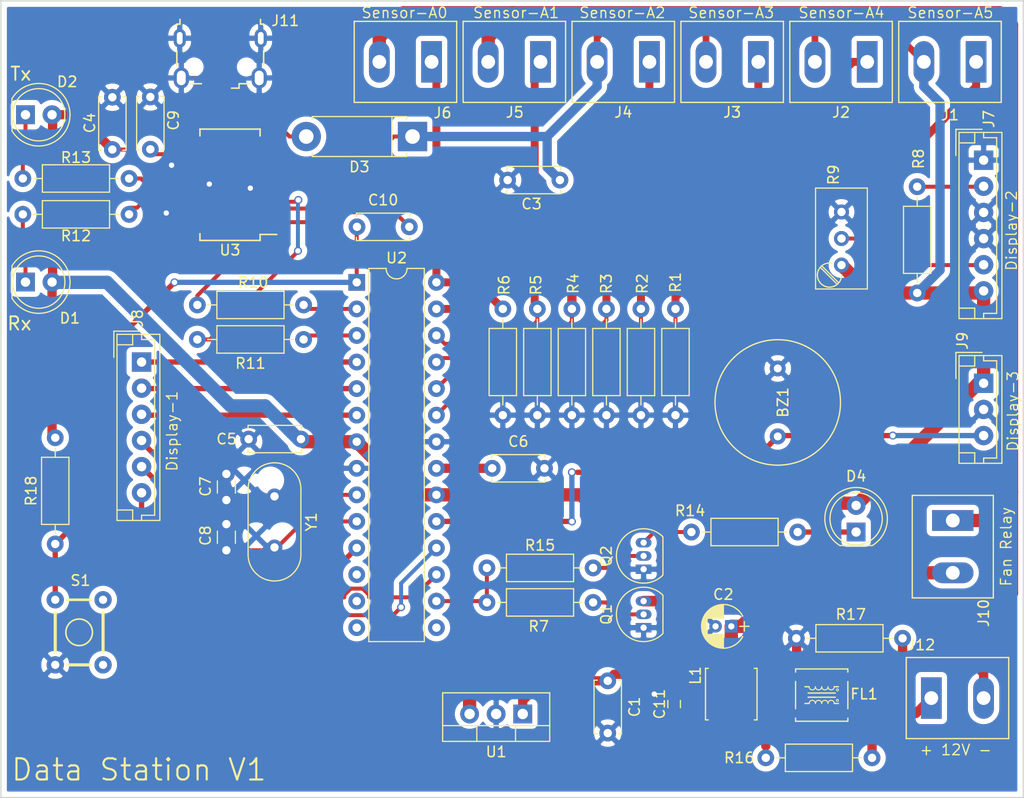
<source format=kicad_pcb>
(kicad_pcb (version 20171130) (host pcbnew "(5.1.5)-3")
  (layers (0 F.Cu signal) (31 B.Cu signal) (34 B.Paste user hide) (35 F.Paste user hide) (36 B.SilkS user hide) (37 F.SilkS user) (38 B.Mask user hide) (39 F.Mask user hide) (44 Edge.Cuts user))
  (net 0 "")
  (net 1 +12V)
  (net 2 GND)
  (net 3 +5V)
  (net 4 "Net-(C6-Pad1)")
  (net 5 "Net-(C7-Pad2)")
  (net 6 "Net-(C8-Pad2)")
  (net 7 "Net-(C9-Pad2)")
  (net 8 RESET)
  (net 9 "Net-(C10-Pad2)")
  (net 10 "Net-(D1-Pad1)")
  (net 11 "Net-(D2-Pad1)")
  (net 12 A0)
  (net 13 A1)
  (net 14 A2)
  (net 15 A3)
  (net 16 A4)
  (net 17 D12)
  (net 18 D11)
  (net 19 D5)
  (net 20 D4)
  (net 21 D3)
  (net 22 D2)
  (net 23 A5)
  (net 24 D13)
  (net 25 "Net-(Q1-Pad2)")
  (net 26 D10)
  (net 27 D0)
  (net 28 RX)
  (net 29 TX)
  (net 30 D1)
  (net 31 "Net-(R12-Pad1)")
  (net 32 "Net-(R13-Pad1)")
  (net 33 "Net-(D4-Pad1)")
  (net 34 "Net-(J10-Pad2)")
  (net 35 "Net-(Q2-Pad3)")
  (net 36 "Net-(Q2-Pad2)")
  (net 37 "Net-(D3-Pad2)")
  (net 38 "Net-(J7-Pad5)")
  (net 39 "Net-(J7-Pad2)")
  (net 40 "Net-(J11-Pad3)")
  (net 41 "Net-(J11-Pad2)")
  (net 42 "Net-(C11-Pad1)")
  (net 43 "Net-(FL1-Pad1)")
  (net 44 "Net-(FL1-Pad4)")
  (module "Rays Footprints:Ryans_Terminal_Block_10mm7.75mmP5mm" (layer F.Cu) (at 185.761 56.642 180)
    (fp_text reference J2 (at 0 -4.826) (layer F.SilkS))
    (fp_text value Conn_01x02_Male)
    (pad 1 thru_hole rect (at -2.5 0 180) (size 1.98 3.96) (drill 1.32) (layers *.Cu *.Mask) (net 13 A1))
    (pad 2 thru_hole oval (at 2.5 0 180) (size 1.98 3.96) (drill 1.32) (layers *.Cu *.Mask) (net 3 +5V))
  )
  (module Resistors_THT:R_Axial_DIN0207_L6.3mm_D2.5mm_P10.16mm_Horizontal (layer F.Cu) (at 156.718 80.264 270)
    (fp_text reference R5 (at -2.286 0.127 90) (layer F.SilkS))
    (fp_text value 220)
    (pad 2 thru_hole oval (at 10.16 0 270) (size 1.6 1.6) (drill 0.8) (layers *.Cu *.Mask) (net 2 GND))
    (pad 1 thru_hole circle (at 0 0 270) (size 1.6 1.6) (drill 0.8) (layers *.Cu *.Mask) (net 16 A4))
  )
  (module Resistors_THT:R_Axial_DIN0207_L6.3mm_D2.5mm_P10.16mm_Horizontal (layer F.Cu) (at 163.322 80.264 270)
    (fp_text reference R3 (at -2.413 0 90) (layer F.SilkS))
    (fp_text value 10k)
    (pad 2 thru_hole oval (at 10.16 0 270) (size 1.6 1.6) (drill 0.8) (layers *.Cu *.Mask) (net 2 GND))
    (pad 1 thru_hole circle (at 0 0 270) (size 1.6 1.6) (drill 0.8) (layers *.Cu *.Mask) (net 14 A2))
  )
  (module Capacitors_THT:C_Disc_D5.0mm_W2.5mm_P5.00mm (layer F.Cu) (at 163.449 115.824 270)
    (fp_text reference C1 (at 2.5 -2.56 270) (layer F.SilkS))
    (fp_text value 0.33)
    (pad 1 thru_hole circle (at 0 0 270) (size 1.6 1.6) (drill 0.8) (layers *.Cu *.Mask) (net 1 +12V))
    (pad 2 thru_hole circle (at 5 0 270) (size 1.6 1.6) (drill 0.8) (layers *.Cu *.Mask) (net 2 GND))
  )
  (module Capacitors_THT:CP_Radial_D4.0mm_P1.50mm (layer F.Cu) (at 175.26 110.617 180)
    (fp_text reference C2 (at 0.762 3.048 180) (layer F.SilkS))
    (fp_text value 10u)
    (pad 2 thru_hole circle (at 1.5 0 180) (size 1.2 1.2) (drill 0.6) (layers *.Cu *.Mask) (net 2 GND))
    (pad 1 thru_hole rect (at 0 0 180) (size 1.2 1.2) (drill 0.6) (layers *.Cu *.Mask) (net 1 +12V))
  )
  (module Capacitors_THT:C_Disc_D5.0mm_W2.5mm_P5.00mm (layer F.Cu) (at 158.877 67.945 180)
    (fp_text reference C3 (at 2.714 -2.286 180) (layer F.SilkS))
    (fp_text value 0.1)
    (pad 2 thru_hole circle (at 5 0 180) (size 1.6 1.6) (drill 0.8) (layers *.Cu *.Mask) (net 2 GND))
    (pad 1 thru_hole circle (at 0 0 180) (size 1.6 1.6) (drill 0.8) (layers *.Cu *.Mask) (net 3 +5V))
  )
  (module Capacitors_THT:C_Disc_D5.0mm_W2.5mm_P5.00mm (layer F.Cu) (at 116.078 65.024 90)
    (fp_text reference C4 (at 2.54 -2.159 270) (layer F.SilkS))
    (fp_text value 0.1)
    (pad 2 thru_hole circle (at 5 0 90) (size 1.6 1.6) (drill 0.8) (layers *.Cu *.Mask) (net 2 GND))
    (pad 1 thru_hole circle (at 0 0 90) (size 1.6 1.6) (drill 0.8) (layers *.Cu *.Mask) (net 3 +5V))
  )
  (module Capacitors_THT:C_Disc_D5.0mm_W2.5mm_P5.00mm (layer F.Cu) (at 134.112 92.71 180)
    (fp_text reference C5 (at 7.112 0 180) (layer F.SilkS))
    (fp_text value 0.1)
    (pad 1 thru_hole circle (at 0 0 180) (size 1.6 1.6) (drill 0.8) (layers *.Cu *.Mask) (net 3 +5V))
    (pad 2 thru_hole circle (at 5 0 180) (size 1.6 1.6) (drill 0.8) (layers *.Cu *.Mask) (net 2 GND))
  )
  (module Capacitors_THT:C_Disc_D5.0mm_W2.5mm_P5.00mm (layer F.Cu) (at 152.4 95.504)
    (fp_text reference C6 (at 2.5 -2.56) (layer F.SilkS))
    (fp_text value 0.1)
    (pad 2 thru_hole circle (at 5 0) (size 1.6 1.6) (drill 0.8) (layers *.Cu *.Mask) (net 2 GND))
    (pad 1 thru_hole circle (at 0 0) (size 1.6 1.6) (drill 0.8) (layers *.Cu *.Mask) (net 4 "Net-(C6-Pad1)"))
  )
  (module Capacitors_THT:C_Disc_D3.0mm_W1.6mm_P2.50mm (layer F.Cu) (at 126.983 96.043 270)
    (fp_text reference C7 (at 1.2 2 90) (layer F.SilkS))
    (fp_text value 18p)
    (pad 1 thru_hole circle (at 0 0 270) (size 1.6 1.6) (drill 0.8) (layers *.Cu *.Mask) (net 2 GND))
    (pad 2 thru_hole circle (at 2.5 0 270) (size 1.6 1.6) (drill 0.8) (layers *.Cu *.Mask) (net 5 "Net-(C7-Pad2)"))
  )
  (module Capacitors_THT:C_Disc_D3.0mm_W1.6mm_P2.50mm (layer F.Cu) (at 126.983 100.843 270)
    (fp_text reference C8 (at 1.1 2 90) (layer F.SilkS))
    (fp_text value 18p)
    (pad 2 thru_hole circle (at 2.5 0 270) (size 1.6 1.6) (drill 0.8) (layers *.Cu *.Mask) (net 6 "Net-(C8-Pad2)"))
    (pad 1 thru_hole circle (at 0 0 270) (size 1.6 1.6) (drill 0.8) (layers *.Cu *.Mask) (net 2 GND))
  )
  (module Capacitors_THT:C_Disc_D5.0mm_W2.5mm_P5.00mm (layer F.Cu) (at 119.7102 59.9986 270)
    (fp_text reference C9 (at 2.2314 -2.2098 90) (layer F.SilkS))
    (fp_text value 0.1u)
    (pad 2 thru_hole circle (at 5 0 270) (size 1.6 1.6) (drill 0.8) (layers *.Cu *.Mask) (net 7 "Net-(C9-Pad2)"))
    (pad 1 thru_hole circle (at 0 0 270) (size 1.6 1.6) (drill 0.8) (layers *.Cu *.Mask) (net 2 GND))
  )
  (module Capacitors_THT:C_Disc_D5.0mm_W2.5mm_P5.00mm (layer F.Cu) (at 139.4714 72.4154)
    (fp_text reference C10 (at 2.5 -2.56) (layer F.SilkS))
    (fp_text value 0.1u)
    (pad 1 thru_hole circle (at 0 0) (size 1.6 1.6) (drill 0.8) (layers *.Cu *.Mask) (net 8 RESET))
    (pad 2 thru_hole circle (at 5 0) (size 1.6 1.6) (drill 0.8) (layers *.Cu *.Mask) (net 9 "Net-(C10-Pad2)"))
  )
  (module LEDs:LED_D5.0mm (layer F.Cu) (at 107.7722 77.6986)
    (fp_text reference D1 (at 4.2418 3.4544 180) (layer F.SilkS))
    (fp_text value LED)
    (pad 1 thru_hole rect (at 0 0) (size 1.8 1.8) (drill 0.9) (layers *.Cu *.Mask) (net 10 "Net-(D1-Pad1)"))
    (pad 2 thru_hole circle (at 2.54 0) (size 1.8 1.8) (drill 0.9) (layers *.Cu *.Mask) (net 3 +5V))
  )
  (module LEDs:LED_D5.0mm (layer F.Cu) (at 107.7722 61.6966)
    (fp_text reference D2 (at 3.9878 -3.1496 180) (layer F.SilkS))
    (fp_text value LED)
    (pad 2 thru_hole circle (at 2.54 0) (size 1.8 1.8) (drill 0.9) (layers *.Cu *.Mask) (net 3 +5V))
    (pad 1 thru_hole rect (at 0 0) (size 1.8 1.8) (drill 0.9) (layers *.Cu *.Mask) (net 11 "Net-(D2-Pad1)"))
  )
  (module Diodes_THT:D_5W_P10.16mm_Horizontal (layer F.Cu) (at 144.78 63.7794 180)
    (fp_text reference D3 (at 5.08 -2.91) (layer F.SilkS))
    (fp_text value 1N4002)
    (pad 2 thru_hole oval (at 10.16 0 180) (size 2.8 2.8) (drill 1.4) (layers *.Cu *.Mask) (net 37 "Net-(D3-Pad2)"))
    (pad 1 thru_hole rect (at 0 0 180) (size 2.8 2.8) (drill 1.4) (layers *.Cu *.Mask) (net 3 +5V))
  )
  (module Resistors_THT:R_Axial_DIN0207_L6.3mm_D2.5mm_P10.16mm_Horizontal (layer F.Cu) (at 169.926 80.264 270)
    (fp_text reference R1 (at -2.54 0 90) (layer F.SilkS))
    (fp_text value 10k)
    (pad 2 thru_hole oval (at 10.16 0 270) (size 1.6 1.6) (drill 0.8) (layers *.Cu *.Mask) (net 2 GND))
    (pad 1 thru_hole circle (at 0 0 270) (size 1.6 1.6) (drill 0.8) (layers *.Cu *.Mask) (net 12 A0))
  )
  (module Resistors_THT:R_Axial_DIN0207_L6.3mm_D2.5mm_P10.16mm_Horizontal (layer F.Cu) (at 166.624 80.264 270)
    (fp_text reference R2 (at -2.413 -0.127 90) (layer F.SilkS))
    (fp_text value 10k)
    (pad 1 thru_hole circle (at 0 0 270) (size 1.6 1.6) (drill 0.8) (layers *.Cu *.Mask) (net 13 A1))
    (pad 2 thru_hole oval (at 10.16 0 270) (size 1.6 1.6) (drill 0.8) (layers *.Cu *.Mask) (net 2 GND))
  )
  (module Resistors_THT:R_Axial_DIN0207_L6.3mm_D2.5mm_P10.16mm_Horizontal (layer F.Cu) (at 160.02 80.264 270)
    (fp_text reference R4 (at -2.413 -0.127 90) (layer F.SilkS))
    (fp_text value 10k)
    (pad 1 thru_hole circle (at 0 0 270) (size 1.6 1.6) (drill 0.8) (layers *.Cu *.Mask) (net 15 A3))
    (pad 2 thru_hole oval (at 10.16 0 270) (size 1.6 1.6) (drill 0.8) (layers *.Cu *.Mask) (net 2 GND))
  )
  (module Resistors_THT:R_Axial_DIN0207_L6.3mm_D2.5mm_P10.16mm_Horizontal (layer F.Cu) (at 153.416 80.264 270)
    (fp_text reference R6 (at -2.286 -0.127 90) (layer F.SilkS))
    (fp_text value 220)
    (pad 1 thru_hole circle (at 0 0 270) (size 1.6 1.6) (drill 0.8) (layers *.Cu *.Mask) (net 23 A5))
    (pad 2 thru_hole oval (at 10.16 0 270) (size 1.6 1.6) (drill 0.8) (layers *.Cu *.Mask) (net 2 GND))
  )
  (module Resistors_THT:R_Axial_DIN0207_L6.3mm_D2.5mm_P10.16mm_Horizontal (layer F.Cu) (at 162.052 108.331 180)
    (fp_text reference R7 (at 5.207 -2.286 180) (layer F.SilkS))
    (fp_text value 2.2k)
    (pad 1 thru_hole circle (at 0 0 180) (size 1.6 1.6) (drill 0.8) (layers *.Cu *.Mask) (net 25 "Net-(Q1-Pad2)"))
    (pad 2 thru_hole oval (at 10.16 0 180) (size 1.6 1.6) (drill 0.8) (layers *.Cu *.Mask) (net 26 D10))
  )
  (module Resistors_THT:R_Axial_DIN0207_L6.3mm_D2.5mm_P10.16mm_Horizontal (layer F.Cu) (at 193.04 68.58 270)
    (fp_text reference R8 (at -2.667 -0.127 90) (layer F.SilkS))
    (fp_text value 220)
    (pad 2 thru_hole oval (at 10.16 0 270) (size 1.6 1.6) (drill 0.8) (layers *.Cu *.Mask) (net 3 +5V))
    (pad 1 thru_hole circle (at 0 0 270) (size 1.6 1.6) (drill 0.8) (layers *.Cu *.Mask) (net 39 "Net-(J7-Pad2)"))
  )
  (module Resistors_THT:R_Axial_DIN0207_L6.3mm_D2.5mm_P10.16mm_Horizontal (layer F.Cu) (at 124.206 79.883)
    (fp_text reference R10 (at 5.334 -2.159) (layer F.SilkS))
    (fp_text value 1k)
    (pad 2 thru_hole oval (at 10.16 0) (size 1.6 1.6) (drill 0.8) (layers *.Cu *.Mask) (net 27 D0))
    (pad 1 thru_hole circle (at 0 0) (size 1.6 1.6) (drill 0.8) (layers *.Cu *.Mask) (net 28 RX))
  )
  (module Resistors_THT:R_Axial_DIN0207_L6.3mm_D2.5mm_P10.16mm_Horizontal (layer F.Cu) (at 124.206 83.185)
    (fp_text reference R11 (at 5.08 2.286) (layer F.SilkS))
    (fp_text value 1k)
    (pad 1 thru_hole circle (at 0 0) (size 1.6 1.6) (drill 0.8) (layers *.Cu *.Mask) (net 29 TX))
    (pad 2 thru_hole oval (at 10.16 0) (size 1.6 1.6) (drill 0.8) (layers *.Cu *.Mask) (net 30 D1))
  )
  (module Resistors_THT:R_Axial_DIN0207_L6.3mm_D2.5mm_P10.16mm_Horizontal (layer F.Cu) (at 117.6782 71.2216 180)
    (fp_text reference R12 (at 5.08 -2.0574) (layer F.SilkS))
    (fp_text value 1k)
    (pad 1 thru_hole circle (at 0 0 180) (size 1.6 1.6) (drill 0.8) (layers *.Cu *.Mask) (net 31 "Net-(R12-Pad1)"))
    (pad 2 thru_hole oval (at 10.16 0 180) (size 1.6 1.6) (drill 0.8) (layers *.Cu *.Mask) (net 10 "Net-(D1-Pad1)"))
  )
  (module Resistors_THT:R_Axial_DIN0207_L6.3mm_D2.5mm_P10.16mm_Horizontal (layer F.Cu) (at 117.6782 67.7926 180)
    (fp_text reference R13 (at 5.08 2.0066) (layer F.SilkS))
    (fp_text value 1k)
    (pad 2 thru_hole oval (at 10.16 0 180) (size 1.6 1.6) (drill 0.8) (layers *.Cu *.Mask) (net 11 "Net-(D2-Pad1)"))
    (pad 1 thru_hole circle (at 0 0 180) (size 1.6 1.6) (drill 0.8) (layers *.Cu *.Mask) (net 32 "Net-(R13-Pad1)"))
  )
  (module Housings_SSOP:SSOP-28_5.3x10.2mm_Pitch0.65mm (layer F.Cu) (at 127.3302 68.3936 180)
    (fp_text reference U3 (at 0 -6.25) (layer F.SilkS))
    (fp_text value FT232RL)
    (pad 28 smd rect (at 3.6 -4.225 180) (size 1.75 0.45) (layers F.Cu F.Paste F.Mask))
    (pad 27 smd rect (at 3.6 -3.575 180) (size 1.75 0.45) (layers F.Cu F.Paste F.Mask))
    (pad 26 smd rect (at 3.6 -2.925 180) (size 1.75 0.45) (layers F.Cu F.Paste F.Mask) (net 2 GND))
    (pad 25 smd rect (at 3.6 -2.275 180) (size 1.75 0.45) (layers F.Cu F.Paste F.Mask) (net 2 GND))
    (pad 24 smd rect (at 3.6 -1.625 180) (size 1.75 0.45) (layers F.Cu F.Paste F.Mask))
    (pad 23 smd rect (at 3.6 -0.975 180) (size 1.75 0.45) (layers F.Cu F.Paste F.Mask) (net 31 "Net-(R12-Pad1)"))
    (pad 22 smd rect (at 3.6 -0.325 180) (size 1.75 0.45) (layers F.Cu F.Paste F.Mask) (net 32 "Net-(R13-Pad1)"))
    (pad 21 smd rect (at 3.6 0.325 180) (size 1.75 0.45) (layers F.Cu F.Paste F.Mask) (net 2 GND))
    (pad 20 smd rect (at 3.6 0.975 180) (size 1.75 0.45) (layers F.Cu F.Paste F.Mask) (net 3 +5V))
    (pad 19 smd rect (at 3.6 1.625 180) (size 1.75 0.45) (layers F.Cu F.Paste F.Mask))
    (pad 18 smd rect (at 3.6 2.275 180) (size 1.75 0.45) (layers F.Cu F.Paste F.Mask) (net 2 GND))
    (pad 17 smd rect (at 3.6 2.925 180) (size 1.75 0.45) (layers F.Cu F.Paste F.Mask) (net 7 "Net-(C9-Pad2)"))
    (pad 16 smd rect (at 3.6 3.575 180) (size 1.75 0.45) (layers F.Cu F.Paste F.Mask) (net 41 "Net-(J11-Pad2)"))
    (pad 15 smd rect (at 3.6 4.225 180) (size 1.75 0.45) (layers F.Cu F.Paste F.Mask) (net 40 "Net-(J11-Pad3)"))
    (pad 14 smd rect (at -3.6 4.225 180) (size 1.75 0.45) (layers F.Cu F.Paste F.Mask))
    (pad 13 smd rect (at -3.6 3.575 180) (size 1.75 0.45) (layers F.Cu F.Paste F.Mask))
    (pad 12 smd rect (at -3.6 2.925 180) (size 1.75 0.45) (layers F.Cu F.Paste F.Mask))
    (pad 11 smd rect (at -3.6 2.275 180) (size 1.75 0.45) (layers F.Cu F.Paste F.Mask))
    (pad 10 smd rect (at -3.6 1.625 180) (size 1.75 0.45) (layers F.Cu F.Paste F.Mask))
    (pad 9 smd rect (at -3.6 0.975 180) (size 1.75 0.45) (layers F.Cu F.Paste F.Mask))
    (pad 8 smd rect (at -3.6 0.325 180) (size 1.75 0.45) (layers F.Cu F.Paste F.Mask))
    (pad 7 smd rect (at -3.6 -0.325 180) (size 1.75 0.45) (layers F.Cu F.Paste F.Mask) (net 2 GND))
    (pad 6 smd rect (at -3.6 -0.975 180) (size 1.75 0.45) (layers F.Cu F.Paste F.Mask))
    (pad 5 smd rect (at -3.6 -1.625 180) (size 1.75 0.45) (layers F.Cu F.Paste F.Mask) (net 29 TX))
    (pad 4 smd rect (at -3.6 -2.275 180) (size 1.75 0.45) (layers F.Cu F.Paste F.Mask) (net 3 +5V))
    (pad 3 smd rect (at -3.6 -2.925 180) (size 1.75 0.45) (layers F.Cu F.Paste F.Mask))
    (pad 2 smd rect (at -3.6 -3.575 180) (size 1.75 0.45) (layers F.Cu F.Paste F.Mask) (net 9 "Net-(C10-Pad2)"))
    (pad 1 smd rect (at -3.6 -4.225 180) (size 1.75 0.45) (layers F.Cu F.Paste F.Mask) (net 28 RX))
  )
  (module LEDs:LED_D5.0mm (layer F.Cu) (at 187.198 101.6 90)
    (fp_text reference D4 (at 5.334 0) (layer F.SilkS))
    (fp_text value LED)
    (pad 2 thru_hole circle (at 2.54 0 90) (size 1.8 1.8) (drill 0.9) (layers *.Cu *.Mask) (net 3 +5V))
    (pad 1 thru_hole rect (at 0 0 90) (size 1.8 1.8) (drill 0.9) (layers *.Cu *.Mask) (net 33 "Net-(D4-Pad1)"))
  )
  (module Resistors_THT:R_Axial_DIN0207_L6.3mm_D2.5mm_P10.16mm_Horizontal (layer F.Cu) (at 171.45 101.6)
    (fp_text reference R14 (at -0.127 -2.032 180) (layer F.SilkS))
    (fp_text value 220)
    (pad 1 thru_hole circle (at 0 0) (size 1.6 1.6) (drill 0.8) (layers *.Cu *.Mask) (net 35 "Net-(Q2-Pad3)"))
    (pad 2 thru_hole oval (at 10.16 0) (size 1.6 1.6) (drill 0.8) (layers *.Cu *.Mask) (net 33 "Net-(D4-Pad1)"))
  )
  (module Resistors_THT:R_Axial_DIN0207_L6.3mm_D2.5mm_P10.16mm_Horizontal (layer F.Cu) (at 162.052 105.029 180)
    (fp_text reference R15 (at 5.08 2.159 180) (layer F.SilkS))
    (fp_text value 4.7k)
    (pad 2 thru_hole oval (at 10.16 0 180) (size 1.6 1.6) (drill 0.8) (layers *.Cu *.Mask) (net 26 D10))
    (pad 1 thru_hole circle (at 0 0 180) (size 1.6 1.6) (drill 0.8) (layers *.Cu *.Mask) (net 36 "Net-(Q2-Pad2)"))
  )
  (module "Rays Footprints:Momentary_Push_Button_KM_6x6" (layer F.Cu) (at 112.903 111.1885)
    (fp_text reference S1 (at 0.127 -4.953 180) (layer F.SilkS))
    (fp_text value Momentary_Push_Buttom_KM_6x6)
    (pad 4 thru_hole circle (at 2.286 3.1115) (size 1.651 1.651) (drill 0.7874) (layers *.Cu *.Mask))
    (pad 2 thru_hole circle (at -2.286 3.1115) (size 1.651 1.651) (drill 0.7874) (layers *.Cu *.Mask) (net 2 GND))
    (pad 3 thru_hole circle (at 2.286 -3.1115) (size 1.651 1.651) (drill 0.7874) (layers *.Cu *.Mask))
    (pad 1 thru_hole circle (at -2.286 -3.1115) (size 1.651 1.651) (drill 0.7874) (layers *.Cu *.Mask) (net 8 RESET))
  )
  (module Housings_DIP:DIP-28_W7.62mm (layer F.Cu) (at 139.446 77.724)
    (fp_text reference U2 (at 3.81 -2.33) (layer F.SilkS))
    (fp_text value ATMEGA328P-PU)
    (pad 28 thru_hole oval (at 7.62 0) (size 1.6 1.6) (drill 0.8) (layers *.Cu *.Mask) (net 23 A5))
    (pad 14 thru_hole oval (at 0 33.02) (size 1.6 1.6) (drill 0.8) (layers *.Cu *.Mask))
    (pad 27 thru_hole oval (at 7.62 2.54) (size 1.6 1.6) (drill 0.8) (layers *.Cu *.Mask) (net 16 A4))
    (pad 13 thru_hole oval (at 0 30.48) (size 1.6 1.6) (drill 0.8) (layers *.Cu *.Mask))
    (pad 26 thru_hole oval (at 7.62 5.08) (size 1.6 1.6) (drill 0.8) (layers *.Cu *.Mask) (net 15 A3))
    (pad 12 thru_hole oval (at 0 27.94) (size 1.6 1.6) (drill 0.8) (layers *.Cu *.Mask))
    (pad 25 thru_hole oval (at 7.62 7.62) (size 1.6 1.6) (drill 0.8) (layers *.Cu *.Mask) (net 14 A2))
    (pad 11 thru_hole oval (at 0 25.4) (size 1.6 1.6) (drill 0.8) (layers *.Cu *.Mask) (net 19 D5))
    (pad 24 thru_hole oval (at 7.62 10.16) (size 1.6 1.6) (drill 0.8) (layers *.Cu *.Mask) (net 13 A1))
    (pad 10 thru_hole oval (at 0 22.86) (size 1.6 1.6) (drill 0.8) (layers *.Cu *.Mask) (net 6 "Net-(C8-Pad2)"))
    (pad 23 thru_hole oval (at 7.62 12.7) (size 1.6 1.6) (drill 0.8) (layers *.Cu *.Mask) (net 12 A0))
    (pad 9 thru_hole oval (at 0 20.32) (size 1.6 1.6) (drill 0.8) (layers *.Cu *.Mask) (net 5 "Net-(C7-Pad2)"))
    (pad 22 thru_hole oval (at 7.62 15.24) (size 1.6 1.6) (drill 0.8) (layers *.Cu *.Mask) (net 2 GND))
    (pad 8 thru_hole oval (at 0 17.78) (size 1.6 1.6) (drill 0.8) (layers *.Cu *.Mask) (net 2 GND))
    (pad 21 thru_hole oval (at 7.62 17.78) (size 1.6 1.6) (drill 0.8) (layers *.Cu *.Mask) (net 4 "Net-(C6-Pad1)"))
    (pad 7 thru_hole oval (at 0 15.24) (size 1.6 1.6) (drill 0.8) (layers *.Cu *.Mask) (net 3 +5V))
    (pad 20 thru_hole oval (at 7.62 20.32) (size 1.6 1.6) (drill 0.8) (layers *.Cu *.Mask) (net 3 +5V))
    (pad 6 thru_hole oval (at 0 12.7) (size 1.6 1.6) (drill 0.8) (layers *.Cu *.Mask) (net 20 D4))
    (pad 19 thru_hole oval (at 7.62 22.86) (size 1.6 1.6) (drill 0.8) (layers *.Cu *.Mask) (net 24 D13))
    (pad 5 thru_hole oval (at 0 10.16) (size 1.6 1.6) (drill 0.8) (layers *.Cu *.Mask) (net 21 D3))
    (pad 18 thru_hole oval (at 7.62 25.4) (size 1.6 1.6) (drill 0.8) (layers *.Cu *.Mask) (net 17 D12))
    (pad 4 thru_hole oval (at 0 7.62) (size 1.6 1.6) (drill 0.8) (layers *.Cu *.Mask) (net 22 D2))
    (pad 17 thru_hole oval (at 7.62 27.94) (size 1.6 1.6) (drill 0.8) (layers *.Cu *.Mask) (net 18 D11))
    (pad 3 thru_hole oval (at 0 5.08) (size 1.6 1.6) (drill 0.8) (layers *.Cu *.Mask) (net 30 D1))
    (pad 16 thru_hole oval (at 7.62 30.48) (size 1.6 1.6) (drill 0.8) (layers *.Cu *.Mask) (net 26 D10))
    (pad 2 thru_hole oval (at 0 2.54) (size 1.6 1.6) (drill 0.8) (layers *.Cu *.Mask) (net 27 D0))
    (pad 15 thru_hole oval (at 7.62 33.02) (size 1.6 1.6) (drill 0.8) (layers *.Cu *.Mask))
    (pad 1 thru_hole rect (at 0 0) (size 1.6 1.6) (drill 0.8) (layers *.Cu *.Mask) (net 8 RESET))
  )
  (module "Rays Footprints:Buzzer-WT-1212" (layer F.Cu) (at 179.705 89.206 90)
    (fp_text reference BZ1 (at 0 0.5 90) (layer F.SilkS))
    (fp_text value Buzzer)
    (pad 1 thru_hole circle (at -3.25 0 90) (size 1.524 1.524) (drill 0.762) (layers *.Cu *.Mask) (net 24 D13))
    (pad 2 thru_hole circle (at 3.25 0 90) (size 1.524 1.524) (drill 0.762) (layers *.Cu *.Mask) (net 2 GND))
  )
  (module TO_SOT_Packages_THT:TO-92_Inline_Narrow_Oval (layer F.Cu) (at 166.878 110.744 90)
    (fp_text reference Q1 (at 1.27 -3.56 90) (layer F.SilkS))
    (fp_text value 2N2222)
    (pad 2 thru_hole oval (at 1.27 0 270) (size 0.9 1.5) (drill 0.6) (layers *.Cu *.Mask) (net 25 "Net-(Q1-Pad2)"))
    (pad 3 thru_hole oval (at 2.54 0 270) (size 0.9 1.5) (drill 0.6) (layers *.Cu *.Mask) (net 34 "Net-(J10-Pad2)"))
    (pad 1 thru_hole rect (at 0 0 270) (size 0.9 1.5) (drill 0.6) (layers *.Cu *.Mask) (net 2 GND))
  )
  (module TO_SOT_Packages_THT:TO-92_Inline_Narrow_Oval (layer F.Cu) (at 166.878 105.156 90)
    (fp_text reference Q2 (at 1.27 -3.56 90) (layer F.SilkS))
    (fp_text value 2N2222)
    (pad 1 thru_hole rect (at 0 0 270) (size 0.9 1.5) (drill 0.6) (layers *.Cu *.Mask) (net 2 GND))
    (pad 3 thru_hole oval (at 2.54 0 270) (size 0.9 1.5) (drill 0.6) (layers *.Cu *.Mask) (net 35 "Net-(Q2-Pad3)"))
    (pad 2 thru_hole oval (at 1.27 0 270) (size 0.9 1.5) (drill 0.6) (layers *.Cu *.Mask) (net 36 "Net-(Q2-Pad2)"))
  )
  (module Potentiometers:Potentiometer_Trimmer_Bourns_3296W (layer F.Cu) (at 185.801 76.073 270)
    (fp_text reference R9 (at -8.636 0.762 90) (layer F.SilkS))
    (fp_text value 10k)
    (pad 3 thru_hole circle (at -5.08 0 270) (size 1.44 1.44) (drill 0.8) (layers *.Cu *.Mask) (net 2 GND))
    (pad 2 thru_hole circle (at -2.54 0 270) (size 1.44 1.44) (drill 0.8) (layers *.Cu *.Mask) (net 38 "Net-(J7-Pad5)"))
    (pad 1 thru_hole circle (at 0 0 270) (size 1.44 1.44) (drill 0.8) (layers *.Cu *.Mask) (net 3 +5V))
  )
  (module "Rays Footprints:Ryans_Terminal_Block_10mm7.75mmP5mm" (layer F.Cu) (at 196.175 56.642 180)
    (fp_text reference J1 (at 0 -5.08) (layer F.SilkS))
    (fp_text value Conn_01x02_Male)
    (pad 1 thru_hole rect (at -2.5 0 180) (size 1.98 3.96) (drill 1.32) (layers *.Cu *.Mask) (net 12 A0))
    (pad 2 thru_hole oval (at 2.5 0 180) (size 1.98 3.96) (drill 1.32) (layers *.Cu *.Mask) (net 3 +5V))
  )
  (module "Rays Footprints:Ryans_Terminal_Block_10mm7.75mmP5mm" (layer F.Cu) (at 175.347 56.642 180)
    (fp_text reference J3 (at 0 -4.826) (layer F.SilkS))
    (fp_text value Conn_01x02_Male)
    (pad 2 thru_hole oval (at 2.5 0 180) (size 1.98 3.96) (drill 1.32) (layers *.Cu *.Mask) (net 3 +5V))
    (pad 1 thru_hole rect (at -2.5 0 180) (size 1.98 3.96) (drill 1.32) (layers *.Cu *.Mask) (net 14 A2))
  )
  (module "Rays Footprints:Ryans_Terminal_Block_10mm7.75mmP5mm" (layer F.Cu) (at 164.933 56.642 180)
    (fp_text reference J4 (at 0 -4.826) (layer F.SilkS))
    (fp_text value Conn_01x02_Male)
    (pad 1 thru_hole rect (at -2.5 0 180) (size 1.98 3.96) (drill 1.32) (layers *.Cu *.Mask) (net 15 A3))
    (pad 2 thru_hole oval (at 2.5 0 180) (size 1.98 3.96) (drill 1.32) (layers *.Cu *.Mask) (net 3 +5V))
  )
  (module "Rays Footprints:Ryans_Terminal_Block_10mm7.75mmP5mm" (layer F.Cu) (at 154.519 56.642 180)
    (fp_text reference J5 (at -0.04 -4.826) (layer F.SilkS))
    (fp_text value Conn_01x02_Male)
    (pad 2 thru_hole oval (at 2.5 0 180) (size 1.98 3.96) (drill 1.32) (layers *.Cu *.Mask) (net 1 +12V))
    (pad 1 thru_hole rect (at -2.5 0 180) (size 1.98 3.96) (drill 1.32) (layers *.Cu *.Mask) (net 16 A4))
  )
  (module "Rays Footprints:Ryans_Terminal_Block_10mm7.75mmP5mm" (layer F.Cu) (at 144.105 56.642 180)
    (fp_text reference J6 (at -3.5452 -4.8768) (layer F.SilkS))
    (fp_text value Conn_01x02_Male)
    (pad 2 thru_hole oval (at 2.5 0 180) (size 1.98 3.96) (drill 1.32) (layers *.Cu *.Mask) (net 1 +12V))
    (pad 1 thru_hole rect (at -2.5 0 180) (size 1.98 3.96) (drill 1.32) (layers *.Cu *.Mask) (net 23 A5))
  )
  (module "Rays Footprints:Ryans_Terminal_Block_10mm7.75mmP5mm" (layer F.Cu) (at 196.4436 102.997 270)
    (fp_text reference J10 (at 6.35 -2.9464 90) (layer F.SilkS))
    (fp_text value Conn_01x02_Male)
    (pad 2 thru_hole oval (at 2.5 0 270) (size 1.98 3.96) (drill 1.32) (layers *.Cu *.Mask) (net 34 "Net-(J10-Pad2)"))
    (pad 1 thru_hole rect (at -2.5 0 270) (size 1.98 3.96) (drill 1.32) (layers *.Cu *.Mask) (net 1 +12V))
  )
  (module "Rays Footprints:Ryans_Terminal_Block_10mm7.75mmP5mm" (layer F.Cu) (at 196.89 117.475)
    (fp_text reference J12 (at -3.469 -5.08) (layer F.SilkS))
    (fp_text value Conn_01x02_Male)
    (pad 1 thru_hole rect (at -2.5 0) (size 1.98 3.96) (drill 1.32) (layers *.Cu *.Mask) (net 43 "Net-(FL1-Pad1)"))
    (pad 2 thru_hole oval (at 2.5 0) (size 1.98 3.96) (drill 1.32) (layers *.Cu *.Mask) (net 44 "Net-(FL1-Pad4)"))
  )
  (module Connectors_USB:USB_Micro-B_Wuerth-629105150521 (layer F.Cu) (at 126.395 56.3295 180)
    (fp_text reference J11 (at -6.2184 3.6245) (layer F.SilkS))
    (fp_text value USB_B_Micro)
    (pad "" np_thru_hole oval (at 2.5 -0.8 180) (size 0.8 0.8) (drill 0.8) (layers *.Cu *.Mask))
    (pad "" np_thru_hole oval (at -2.5 -0.8 180) (size 0.8 0.8) (drill 0.8) (layers *.Cu *.Mask))
    (pad 6 thru_hole oval (at 3.875 1.95 180) (size 1.15 1.8) (drill oval 0.55 1.2) (layers *.Cu *.Mask) (net 2 GND))
    (pad 6 thru_hole oval (at -3.875 1.95 180) (size 1.15 1.8) (drill oval 0.55 1.2) (layers *.Cu *.Mask) (net 2 GND))
    (pad 6 thru_hole oval (at 3.725 -1.85 180) (size 1.45 2) (drill oval 0.85 1.4) (layers *.Cu *.Mask) (net 2 GND))
    (pad 6 thru_hole oval (at -3.725 -1.85 180) (size 1.45 2) (drill oval 0.85 1.4) (layers *.Cu *.Mask) (net 2 GND))
    (pad 5 smd rect (at 1.3 -1.9 180) (size 0.45 1.3) (layers F.Cu F.Paste F.Mask) (net 2 GND))
    (pad 4 smd rect (at 0.65 -1.9 180) (size 0.45 1.3) (layers F.Cu F.Paste F.Mask))
    (pad 3 smd rect (at 0 -1.9 180) (size 0.45 1.3) (layers F.Cu F.Paste F.Mask) (net 40 "Net-(J11-Pad3)"))
    (pad 2 smd rect (at -0.65 -1.9 180) (size 0.45 1.3) (layers F.Cu F.Paste F.Mask) (net 41 "Net-(J11-Pad2)"))
    (pad 1 smd rect (at -1.3 -1.9 180) (size 0.45 1.3) (layers F.Cu F.Paste F.Mask) (net 37 "Net-(D3-Pad2)"))
  )
  (module Connectors_JST:JST_EH_B06B-EH-A_06x2.50mm_Straight (layer F.Cu) (at 118.872 85.344 270)
    (fp_text reference J8 (at -4.191 0.381 90) (layer F.SilkS))
    (fp_text value Conn_01x06_Male)
    (pad 6 thru_hole circle (at 12.5 0 270) (size 1.85 1.85) (drill 0.9) (layers *.Cu *.Mask) (net 17 D12))
    (pad 5 thru_hole circle (at 10 0 270) (size 1.85 1.85) (drill 0.9) (layers *.Cu *.Mask) (net 18 D11))
    (pad 4 thru_hole circle (at 7.5 0 270) (size 1.85 1.85) (drill 0.9) (layers *.Cu *.Mask) (net 19 D5))
    (pad 3 thru_hole circle (at 5 0 270) (size 1.85 1.85) (drill 0.9) (layers *.Cu *.Mask) (net 20 D4))
    (pad 2 thru_hole circle (at 2.5 0 270) (size 1.85 1.85) (drill 0.9) (layers *.Cu *.Mask) (net 21 D3))
    (pad 1 thru_hole rect (at 0 0 270) (size 1.85 1.85) (drill 0.9) (layers *.Cu *.Mask) (net 22 D2))
  )
  (module Connectors_JST:JST_EH_B06B-EH-A_06x2.50mm_Straight (layer F.Cu) (at 199.39 66.04 270)
    (fp_text reference J7 (at -3.937 -0.508 90) (layer F.SilkS))
    (fp_text value Conn_01x06_Male)
    (pad 6 thru_hole circle (at 12.5 0 270) (size 1.85 1.85) (drill 0.9) (layers *.Cu *.Mask) (net 3 +5V))
    (pad 5 thru_hole circle (at 10 0 270) (size 1.85 1.85) (drill 0.9) (layers *.Cu *.Mask) (net 38 "Net-(J7-Pad5)"))
    (pad 4 thru_hole circle (at 7.5 0 270) (size 1.85 1.85) (drill 0.9) (layers *.Cu *.Mask) (net 2 GND))
    (pad 3 thru_hole circle (at 5 0 270) (size 1.85 1.85) (drill 0.9) (layers *.Cu *.Mask) (net 2 GND))
    (pad 2 thru_hole circle (at 2.5 0 270) (size 1.85 1.85) (drill 0.9) (layers *.Cu *.Mask) (net 39 "Net-(J7-Pad2)"))
    (pad 1 thru_hole rect (at 0 0 270) (size 1.85 1.85) (drill 0.9) (layers *.Cu *.Mask) (net 2 GND))
  )
  (module Connectors_JST:JST_EH_B03B-EH-A_03x2.50mm_Straight (layer F.Cu) (at 199.39 87.376 270)
    (fp_text reference J9 (at -4.064 2.032 90) (layer F.SilkS))
    (fp_text value Conn_01x03_Male)
    (pad 3 thru_hole circle (at 5 0 270) (size 1.85 1.85) (drill 0.9) (layers *.Cu *.Mask) (net 24 D13))
    (pad 2 thru_hole circle (at 2.5 0 270) (size 1.85 1.85) (drill 0.9) (layers *.Cu *.Mask) (net 2 GND))
    (pad 1 thru_hole rect (at 0 0 270) (size 1.85 1.85) (drill 0.9) (layers *.Cu *.Mask) (net 3 +5V))
  )
  (module TO_SOT_Packages_THT:TO-220-3_Vertical (layer F.Cu) (at 155.321 118.999 180)
    (fp_text reference U1 (at 2.54 -3.62) (layer F.SilkS))
    (fp_text value LM7805_TO220)
    (pad 3 thru_hole oval (at 5.08 0 180) (size 1.8 1.8) (drill 1) (layers *.Cu *.Mask) (net 3 +5V))
    (pad 2 thru_hole oval (at 2.54 0 180) (size 1.8 1.8) (drill 1) (layers *.Cu *.Mask) (net 2 GND))
    (pad 1 thru_hole rect (at 0 0 180) (size 1.8 1.8) (drill 1) (layers *.Cu *.Mask) (net 1 +12V))
  )
  (module Capacitors_SMD:C_0603_HandSoldering (layer F.Cu) (at 169.799 118.049 90)
    (fp_text reference C11 (at 0 -1.397 90) (layer F.SilkS))
    (fp_text value 1U)
    (pad 2 smd rect (at 0.95 0 90) (size 1.2 0.75) (layers F.Cu F.Paste F.Mask) (net 2 GND))
    (pad 1 smd rect (at -0.95 0 90) (size 1.2 0.75) (layers F.Cu F.Paste F.Mask) (net 42 "Net-(C11-Pad1)"))
  )
  (module "Rays Footprints:Inductor-Taiyo-Yuden-NRS5020T4R7MMGJ" (layer F.Cu) (at 175.26 117.099 90)
    (fp_text reference L1 (at 1.783 -3.429 90) (layer F.SilkS))
    (fp_text value L)
    (pad 1 smd rect (at -1.9 0 90) (size 1.8 4) (layers F.Cu F.Paste F.Mask) (net 42 "Net-(C11-Pad1)"))
    (pad 2 smd rect (at 1.9 0 90) (size 1.8 4) (layers F.Cu F.Paste F.Mask) (net 1 +12V))
  )
  (module "Rays Footprints:Choke-Muarata-PLT5BPH5013R1SN#" (layer F.Cu) (at 183.909 117.193 180)
    (fp_text reference FL1 (at -4.051 0.099) (layer F.SilkS))
    (fp_text value EMI_Filter_CommonMode)
    (pad 1 smd rect (at -2.4 -1.75 180) (size 1.5 0.5) (layers F.Cu F.Paste F.Mask) (net 43 "Net-(FL1-Pad1)"))
    (pad 2 smd rect (at 2.4 -1.75 180) (size 1.5 0.5) (layers F.Cu F.Paste F.Mask) (net 42 "Net-(C11-Pad1)"))
    (pad 3 smd rect (at 2.4 1.75 180) (size 1.5 0.5) (layers F.Cu F.Paste F.Mask) (net 2 GND))
    (pad 4 smd rect (at -2.4 1.75 180) (size 1.5 0.5) (layers F.Cu F.Paste F.Mask) (net 44 "Net-(FL1-Pad4)"))
  )
  (module Resistors_THT:R_Axial_DIN0207_L6.3mm_D2.5mm_P10.16mm_Horizontal (layer F.Cu) (at 178.562 123.19)
    (fp_text reference R16 (at -2.54 0) (layer F.SilkS))
    (fp_text value 0)
    (pad 1 thru_hole circle (at 0 0) (size 1.6 1.6) (drill 0.8) (layers *.Cu *.Mask) (net 42 "Net-(C11-Pad1)"))
    (pad 2 thru_hole oval (at 10.16 0) (size 1.6 1.6) (drill 0.8) (layers *.Cu *.Mask) (net 43 "Net-(FL1-Pad1)"))
  )
  (module Resistors_THT:R_Axial_DIN0207_L6.3mm_D2.5mm_P10.16mm_Horizontal (layer F.Cu) (at 181.483 111.76)
    (fp_text reference R17 (at 5.207 -2.286) (layer F.SilkS))
    (fp_text value 0)
    (pad 2 thru_hole oval (at 10.16 0) (size 1.6 1.6) (drill 0.8) (layers *.Cu *.Mask) (net 44 "Net-(FL1-Pad4)"))
    (pad 1 thru_hole circle (at 0 0) (size 1.6 1.6) (drill 0.8) (layers *.Cu *.Mask) (net 2 GND))
  )
  (module Resistors_THT:R_Axial_DIN0207_L6.3mm_D2.5mm_P10.16mm_Horizontal (layer F.Cu) (at 110.617 102.743 90)
    (fp_text reference R18 (at 5.08 -2.31 90) (layer F.SilkS))
    (fp_text value 1k)
    (pad 2 thru_hole oval (at 10.16 0 90) (size 1.6 1.6) (drill 0.8) (layers *.Cu *.Mask) (net 3 +5V))
    (pad 1 thru_hole circle (at 0 0 90) (size 1.6 1.6) (drill 0.8) (layers *.Cu *.Mask) (net 8 RESET))
  )
  (module Crystals:Crystal_HC49-U_Vertical (layer F.Cu) (at 131.583 98.189 270)
    (fp_text reference Y1 (at 2.44 -3.525 90) (layer F.SilkS))
    (fp_text value Crystal)
    (pad 2 thru_hole circle (at 4.88 0 270) (size 1.5 1.5) (drill 0.8) (layers *.Cu *.Mask) (net 6 "Net-(C8-Pad2)"))
    (pad 1 thru_hole circle (at 0 0 270) (size 1.5 1.5) (drill 0.8) (layers *.Cu *.Mask) (net 5 "Net-(C7-Pad2)"))
  )
  (gr_text "Data Station V1" (at 118.618 124.333) (layer F.SilkS) (effects (font (size 2.032 2.032) (thickness 0.2032))))
  (gr_text "+ 12V -" (at 196.723 122.428) (layer F.SilkS) (effects (font (size 1.016 1.016) (thickness 0.127))))
  (gr_text "Fan Relay" (at 201.549 102.997 90) (layer F.SilkS) (effects (font (size 1.016 1.016) (thickness 0.127))))
  (gr_text Tx (at 107.315 57.785) (layer F.SilkS) (effects (font (size 1.27 1.27) (thickness 0.1778))))
  (gr_text Rx (at 107.188 81.661) (layer F.SilkS) (effects (font (size 1.27 1.27) (thickness 0.1778))))
  (gr_text Display-1 (at 121.793 91.948 90) (layer F.SilkS) (effects (font (size 1.016 1.016) (thickness 0.127))))
  (gr_text Display-3 (at 202.184 90.043 90) (layer F.SilkS) (effects (font (size 1.016 1.016) (thickness 0.127))))
  (gr_text Display-2 (at 202.057 72.771 90) (layer F.SilkS) (effects (font (size 1.016 1.016) (thickness 0.127))))
  (gr_text Sensor-A5 (at 196.215 51.943) (layer F.SilkS) (effects (font (size 1.016 1.016) (thickness 0.127))))
  (gr_text "Sensor-A4\n" (at 185.801 51.943) (layer F.SilkS) (effects (font (size 1.016 1.016) (thickness 0.127))))
  (gr_text Sensor-A3 (at 175.26 51.943) (layer F.SilkS) (effects (font (size 1.016 1.016) (thickness 0.127))))
  (gr_text Sensor-A2 (at 164.846 51.943) (layer F.SilkS) (effects (font (size 1.016 1.016) (thickness 0.127))))
  (gr_text Sensor-A1 (at 154.686 51.943) (layer F.SilkS) (effects (font (size 1.016 1.016) (thickness 0.127))))
  (gr_text Sensor-A0 (at 144.018 51.943) (layer F.SilkS) (effects (font (size 1.016 1.016) (thickness 0.127))))
  (gr_line (start 105.41 127) (end 105.41 50.8) (layer Edge.Cuts) (width 0.15))
  (gr_line (start 203.2 127) (end 105.41 127) (layer Edge.Cuts) (width 0.15))
  (gr_line (start 203.2 50.8) (end 203.2 127) (layer Edge.Cuts) (width 0.15))
  (gr_line (start 105.41 50.8) (end 203.2 50.8) (layer Edge.Cuts) (width 0.15))
  (segment (start 152.019 54.281) (end 154.357 51.943) (width 1.27) (layer F.Cu) (net 1))
  (segment (start 152.019 56.642) (end 152.019 54.281) (width 1.27) (layer F.Cu) (net 1))
  (segment (start 154.357 51.943) (end 200.914 51.943) (width 1.27) (layer F.Cu) (net 1))
  (segment (start 200.914 51.943) (end 202.057 53.086) (width 1.27) (layer F.Cu) (net 1))
  (segment (start 202.057 53.086) (end 202.057 97.79) (width 1.27) (layer F.Cu) (net 1))
  (segment (start 199.35 100.497) (end 196.4436 100.497) (width 1.27) (layer F.Cu) (net 1))
  (segment (start 202.057 97.79) (end 199.35 100.497) (width 1.27) (layer F.Cu) (net 1))
  (segment (start 141.605 54.281) (end 141.605 56.642) (width 1.27) (layer F.Cu) (net 1))
  (segment (start 143.943 51.943) (end 141.605 54.281) (width 1.27) (layer F.Cu) (net 1))
  (segment (start 154.357 51.943) (end 143.943 51.943) (width 1.27) (layer F.Cu) (net 1))
  (segment (start 175.26 111.598) (end 175.26 115.199) (width 1.27) (layer F.Cu) (net 1))
  (segment (start 175.26 110.617) (end 175.26 111.598) (width 1.27) (layer F.Cu) (net 1))
  (segment (start 177.638 109.22) (end 176.241 110.617) (width 1.27) (layer F.Cu) (net 1))
  (segment (start 176.241 110.617) (end 175.26 110.617) (width 1.27) (layer F.Cu) (net 1))
  (segment (start 202.057 97.79) (end 202.057 107.442) (width 1.27) (layer F.Cu) (net 1))
  (segment (start 200.279 109.22) (end 177.638 109.22) (width 1.27) (layer F.Cu) (net 1))
  (segment (start 202.057 107.442) (end 200.279 109.22) (width 1.27) (layer F.Cu) (net 1))
  (segment (start 155.321 117.718) (end 155.321 118.999) (width 0.889) (layer F.Cu) (net 1))
  (segment (start 157.215 115.824) (end 155.321 117.718) (width 0.889) (layer F.Cu) (net 1))
  (segment (start 163.449 115.824) (end 157.215 115.824) (width 0.889) (layer F.Cu) (net 1))
  (segment (start 164.074 115.199) (end 163.449 115.824) (width 0.889) (layer F.Cu) (net 1))
  (segment (start 175.26 115.199) (end 164.074 115.199) (width 0.889) (layer F.Cu) (net 1))
  (segment (start 122.4742 71.3186) (end 122.2502 71.0946) (width 0.381) (layer F.Cu) (net 2))
  (segment (start 123.7302 71.3186) (end 122.4742 71.3186) (width 0.381) (layer F.Cu) (net 2))
  (segment (start 122.2502 71.0946) (end 121.2342 71.0946) (width 0.381) (layer F.Cu) (net 2))
  (via (at 121.2342 71.0946) (size 0.762) (drill 0.508) (layers F.Cu B.Cu) (net 2))
  (segment (start 122.2502 70.8926) (end 122.2502 71.0946) (width 0.381) (layer F.Cu) (net 2))
  (segment (start 122.4742 70.6686) (end 122.2502 70.8926) (width 0.381) (layer F.Cu) (net 2))
  (segment (start 123.7302 70.6686) (end 122.4742 70.6686) (width 0.381) (layer F.Cu) (net 2))
  (segment (start 123.7302 66.1186) (end 122.1462 66.1186) (width 0.381) (layer F.Cu) (net 2))
  (segment (start 122.1462 66.1186) (end 121.7422 66.5226) (width 0.381) (layer F.Cu) (net 2))
  (via (at 121.7422 66.5226) (size 0.762) (drill 0.508) (layers F.Cu B.Cu) (net 2))
  (segment (start 130.9302 68.7186) (end 129.2722 68.7186) (width 0.381) (layer F.Cu) (net 2))
  (via (at 129.2722 68.7186) (size 0.762) (drill 0.508) (layers F.Cu B.Cu) (net 2))
  (segment (start 125.045 58.1795) (end 125.095 58.2295) (width 0.381) (layer F.Cu) (net 2))
  (segment (start 122.67 58.1795) (end 125.045 58.1795) (width 0.381) (layer F.Cu) (net 2))
  (segment (start 181.509 111.786) (end 181.483 111.76) (width 0.381) (layer F.Cu) (net 2))
  (segment (start 181.509 115.443) (end 181.509 111.786) (width 0.889) (layer F.Cu) (net 2))
  (segment (start 169.043 117.099) (end 169.038 117.094) (width 0.889) (layer F.Cu) (net 2))
  (segment (start 169.799 117.099) (end 169.043 117.099) (width 0.889) (layer F.Cu) (net 2))
  (segment (start 169.038 117.094) (end 167.894 117.094) (width 0.889) (layer F.Cu) (net 2))
  (via (at 167.894 117.094) (size 1.016) (drill 0.508) (layers F.Cu B.Cu) (net 2))
  (segment (start 125.0916 68.0686) (end 125.349 68.326) (width 0.381) (layer F.Cu) (net 2))
  (via (at 125.349 68.326) (size 0.762) (drill 0.508) (layers F.Cu B.Cu) (net 2))
  (segment (start 123.7302 68.0686) (end 125.0916 68.0686) (width 0.381) (layer F.Cu) (net 2))
  (segment (start 144.526 98.044) (end 147.066 98.044) (width 1.27) (layer F.Cu) (net 3))
  (segment (start 139.446 92.964) (end 144.526 98.044) (width 1.27) (layer F.Cu) (net 3))
  (segment (start 123.7302 67.4186) (end 119.8442 67.4186) (width 0.381) (layer F.Cu) (net 3))
  (segment (start 172.847 56.642) (end 173.101 56.642) (width 0.635) (layer F.Cu) (net 3))
  (segment (start 146.561 63.7794) (end 144.78 63.7794) (width 0.889) (layer B.Cu) (net 3))
  (segment (start 157.6566 63.7794) (end 146.561 63.7794) (width 0.889) (layer B.Cu) (net 3))
  (segment (start 162.433 59.003) (end 157.6566 63.7794) (width 0.889) (layer B.Cu) (net 3))
  (segment (start 162.433 56.642) (end 162.433 59.003) (width 0.889) (layer B.Cu) (net 3))
  (segment (start 190.373 53.34) (end 193.675 56.642) (width 0.635) (layer F.Cu) (net 3))
  (segment (start 162.433 56.642) (end 162.433 54.281) (width 0.635) (layer F.Cu) (net 3))
  (segment (start 162.433 54.281) (end 163.374 53.34) (width 0.635) (layer F.Cu) (net 3))
  (segment (start 172.847 56.642) (end 172.847 54.281) (width 0.635) (layer F.Cu) (net 3))
  (segment (start 163.374 53.34) (end 172.847 53.34) (width 0.635) (layer F.Cu) (net 3))
  (segment (start 172.847 54.281) (end 172.847 53.34) (width 0.635) (layer F.Cu) (net 3))
  (segment (start 183.261 56.642) (end 183.261 54.281) (width 0.635) (layer F.Cu) (net 3))
  (segment (start 172.847 53.34) (end 183.261 53.34) (width 0.635) (layer F.Cu) (net 3))
  (segment (start 183.261 54.281) (end 183.261 53.34) (width 0.635) (layer F.Cu) (net 3))
  (segment (start 183.261 53.34) (end 190.373 53.34) (width 0.635) (layer F.Cu) (net 3))
  (segment (start 186.981999 98.843999) (end 187.198 99.06) (width 0.889) (layer F.Cu) (net 3))
  (segment (start 188.468 78.74) (end 185.801 76.073) (width 1.27) (layer F.Cu) (net 3))
  (segment (start 199.39 87.376) (end 199.39 78.74) (width 1.27) (layer F.Cu) (net 3))
  (segment (start 199.39 78.74) (end 188.468 78.74) (width 1.27) (layer F.Cu) (net 3))
  (segment (start 195.2244 76.5556) (end 193.04 78.74) (width 0.889) (layer B.Cu) (net 3))
  (segment (start 193.675 56.642) (end 193.675 59.003) (width 0.889) (layer B.Cu) (net 3))
  (segment (start 195.2244 60.5524) (end 195.2244 76.5556) (width 0.889) (layer B.Cu) (net 3))
  (segment (start 193.675 59.003) (end 195.2244 60.5524) (width 0.889) (layer B.Cu) (net 3))
  (segment (start 161.671 98.806) (end 186.981999 98.843999) (width 1.27) (layer F.Cu) (net 3))
  (segment (start 161.671 102.108) (end 161.671 98.806) (width 1.27) (layer F.Cu) (net 3))
  (segment (start 150.241 118.999) (end 150.241 113.538) (width 1.27) (layer F.Cu) (net 3))
  (segment (start 150.241 113.538) (end 161.671 102.108) (width 1.27) (layer F.Cu) (net 3))
  (segment (start 198.882 87.376) (end 187.198 99.06) (width 1.27) (layer F.Cu) (net 3))
  (segment (start 199.39 87.376) (end 198.882 87.376) (width 1.27) (layer F.Cu) (net 3))
  (segment (start 160.909 98.044) (end 147.066 98.044) (width 1.27) (layer F.Cu) (net 3))
  (segment (start 161.671 98.806) (end 160.909 98.044) (width 1.27) (layer F.Cu) (net 3))
  (segment (start 129.6742 70.6686) (end 130.9302 70.6686) (width 0.381) (layer F.Cu) (net 3))
  (segment (start 123.7302 67.4186) (end 126.4242 67.4186) (width 0.381) (layer F.Cu) (net 3))
  (segment (start 126.4242 67.4186) (end 129.6742 70.6686) (width 0.381) (layer F.Cu) (net 3))
  (segment (start 142.999 63.7794) (end 144.78 63.7794) (width 0.381) (layer F.Cu) (net 3))
  (segment (start 130.9302 70.6686) (end 136.1098 70.6686) (width 0.381) (layer F.Cu) (net 3))
  (segment (start 136.1098 70.6686) (end 142.999 63.7794) (width 0.381) (layer F.Cu) (net 3))
  (segment (start 117.4496 65.024) (end 116.078 65.024) (width 0.381) (layer F.Cu) (net 3))
  (segment (start 119.8442 67.4186) (end 117.4496 65.024) (width 0.381) (layer F.Cu) (net 3))
  (segment (start 112.7506 61.6966) (end 116.078 65.024) (width 0.889) (layer F.Cu) (net 3))
  (segment (start 110.3122 61.6966) (end 112.7506 61.6966) (width 0.889) (layer F.Cu) (net 3))
  (segment (start 157.6566 66.7246) (end 158.877 67.945) (width 0.889) (layer B.Cu) (net 3))
  (segment (start 157.6566 63.7794) (end 157.6566 66.7246) (width 0.889) (layer B.Cu) (net 3))
  (segment (start 110.3122 92.2782) (end 110.617 92.583) (width 0.889) (layer F.Cu) (net 3))
  (segment (start 110.3122 77.6986) (end 110.3122 92.2782) (width 0.889) (layer F.Cu) (net 3))
  (segment (start 110.363 77.6478) (end 110.3122 77.6986) (width 0.889) (layer F.Cu) (net 3))
  (segment (start 110.3122 61.6966) (end 110.363 61.7474) (width 0.889) (layer F.Cu) (net 3))
  (segment (start 110.363 61.7474) (end 110.363 77.6478) (width 0.889) (layer F.Cu) (net 3))
  (segment (start 134.366 92.964) (end 134.112 92.71) (width 1.27) (layer F.Cu) (net 3))
  (segment (start 139.446 92.964) (end 134.366 92.964) (width 1.27) (layer F.Cu) (net 3))
  (segment (start 127.381 89.535) (end 115.57 77.724) (width 1.27) (layer B.Cu) (net 3))
  (segment (start 130.683 89.535) (end 127.381 89.535) (width 1.27) (layer B.Cu) (net 3))
  (segment (start 115.57 77.724) (end 110.3376 77.724) (width 1.27) (layer B.Cu) (net 3))
  (segment (start 134.112 92.71) (end 133.858 92.71) (width 1.27) (layer B.Cu) (net 3))
  (segment (start 133.858 92.71) (end 130.683 89.535) (width 1.27) (layer B.Cu) (net 3))
  (segment (start 152.4 95.504) (end 147.066 95.504) (width 0.889) (layer F.Cu) (net 4))
  (segment (start 131.483 98.543) (end 126.983 98.543) (width 0.381) (layer F.Cu) (net 5))
  (segment (start 131.583 98.443) (end 131.483 98.543) (width 0.381) (layer F.Cu) (net 5))
  (segment (start 131.583 98.189) (end 131.583 98.443) (width 0.381) (layer F.Cu) (net 5))
  (segment (start 139.446 98.044) (end 131.728 98.044) (width 0.381) (layer F.Cu) (net 5))
  (segment (start 131.728 98.044) (end 131.583 98.189) (width 0.381) (layer F.Cu) (net 5))
  (segment (start 134.322 100.584) (end 131.837 103.069) (width 0.381) (layer F.Cu) (net 6))
  (segment (start 139.446 100.584) (end 134.322 100.584) (width 0.381) (layer F.Cu) (net 6))
  (segment (start 131.837 103.069) (end 130.77634 103.069) (width 0.381) (layer F.Cu) (net 6))
  (segment (start 127.0682 103.343) (end 127.0256 103.3004) (width 0.381) (layer F.Cu) (net 6))
  (segment (start 130.77634 103.069) (end 130.50234 103.343) (width 0.381) (layer F.Cu) (net 6))
  (segment (start 130.50234 103.343) (end 127.0682 103.343) (width 0.381) (layer F.Cu) (net 6))
  (segment (start 120.1802 65.4686) (end 119.7102 64.9986) (width 0.381) (layer F.Cu) (net 7))
  (segment (start 123.7302 65.4686) (end 120.1802 65.4686) (width 0.381) (layer F.Cu) (net 7))
  (segment (start 139.446 72.4408) (end 139.446 77.724) (width 0.381) (layer F.Cu) (net 8))
  (segment (start 139.4714 72.4154) (end 139.446 72.4408) (width 0.381) (layer F.Cu) (net 8))
  (segment (start 110.617 102.743) (end 110.617 108.077) (width 0.508) (layer F.Cu) (net 8))
  (via (at 122.0216 77.724) (size 0.762) (drill 0.508) (layers F.Cu B.Cu) (net 8))
  (segment (start 122.0216 77.724) (end 139.446 77.724) (width 0.508) (layer B.Cu) (net 8))
  (segment (start 114.046 99.314) (end 110.617 102.743) (width 0.508) (layer F.Cu) (net 8))
  (segment (start 122.0216 77.724) (end 114.046 85.6996) (width 0.508) (layer F.Cu) (net 8))
  (segment (start 114.046 85.6996) (end 114.046 99.314) (width 0.508) (layer F.Cu) (net 8))
  (segment (start 144.0142 71.9582) (end 144.4714 72.4154) (width 0.381) (layer B.Cu) (net 9))
  (segment (start 143.671401 71.615401) (end 144.4714 72.4154) (width 0.381) (layer F.Cu) (net 9))
  (segment (start 143.0744 71.0184) (end 143.671401 71.615401) (width 0.381) (layer F.Cu) (net 9))
  (segment (start 130.9302 71.9686) (end 137.5814 71.9686) (width 0.381) (layer F.Cu) (net 9))
  (segment (start 138.5316 71.0184) (end 143.0744 71.0184) (width 0.381) (layer F.Cu) (net 9))
  (segment (start 137.5814 71.9686) (end 138.5316 71.0184) (width 0.381) (layer F.Cu) (net 9))
  (segment (start 107.5182 70.5866) (end 107.5182 73.6456) (width 0.381) (layer F.Cu) (net 10))
  (segment (start 107.7722 73.8996) (end 107.7722 77.6986) (width 0.381) (layer F.Cu) (net 10))
  (segment (start 107.5182 73.6456) (end 107.7722 73.8996) (width 0.381) (layer F.Cu) (net 10))
  (segment (start 107.5182 67.7926) (end 107.5182 64.4796) (width 0.381) (layer F.Cu) (net 11))
  (segment (start 107.7722 64.2256) (end 107.7722 61.6966) (width 0.381) (layer F.Cu) (net 11))
  (segment (start 107.5182 64.4796) (end 107.7722 64.2256) (width 0.381) (layer F.Cu) (net 11))
  (segment (start 164.846 87.884) (end 169.926 82.804) (width 0.381) (layer F.Cu) (net 12))
  (segment (start 147.066 90.424) (end 149.606 87.884) (width 0.381) (layer F.Cu) (net 12))
  (segment (start 169.926 82.804) (end 169.926 80.264) (width 0.381) (layer F.Cu) (net 12))
  (segment (start 149.606 87.884) (end 164.846 87.884) (width 0.381) (layer F.Cu) (net 12))
  (segment (start 198.675 59.008) (end 198.675 56.642) (width 0.762) (layer F.Cu) (net 12))
  (segment (start 193.929 63.754) (end 198.675 59.008) (width 0.762) (layer F.Cu) (net 12))
  (segment (start 185.293 63.754) (end 193.929 63.754) (width 0.762) (layer F.Cu) (net 12))
  (segment (start 169.926 80.264) (end 169.926 79.121) (width 0.762) (layer F.Cu) (net 12))
  (segment (start 169.926 79.121) (end 185.293 63.754) (width 0.762) (layer F.Cu) (net 12))
  (segment (start 162.687 86.36) (end 166.624 82.423) (width 0.381) (layer F.Cu) (net 13))
  (segment (start 166.624 82.423) (end 166.624 80.264) (width 0.381) (layer F.Cu) (net 13))
  (segment (start 147.066 87.884) (end 148.59 86.36) (width 0.381) (layer F.Cu) (net 13))
  (segment (start 148.59 86.36) (end 162.687 86.36) (width 0.381) (layer F.Cu) (net 13))
  (segment (start 166.624 76.908) (end 166.624 80.264) (width 0.762) (layer F.Cu) (net 13))
  (segment (start 188.261 56.642) (end 186.89 56.642) (width 0.762) (layer F.Cu) (net 13))
  (segment (start 186.89 56.642) (end 166.624 76.908) (width 0.762) (layer F.Cu) (net 13))
  (segment (start 193.04 68.58) (end 199.39 68.58) (width 0.381) (layer F.Cu) (net 39))
  (segment (start 163.322 81.3435) (end 163.322 80.264) (width 0.381) (layer F.Cu) (net 14))
  (segment (start 159.7025 84.963) (end 163.322 81.3435) (width 0.381) (layer F.Cu) (net 14))
  (segment (start 147.066 85.344) (end 147.447 84.963) (width 0.381) (layer F.Cu) (net 14))
  (segment (start 147.447 84.963) (end 159.7025 84.963) (width 0.381) (layer F.Cu) (net 14))
  (segment (start 177.847 60.278) (end 177.847 56.642) (width 0.762) (layer F.Cu) (net 14))
  (segment (start 163.322 80.264) (end 163.322 74.803) (width 0.762) (layer F.Cu) (net 14))
  (segment (start 163.322 74.803) (end 177.847 60.278) (width 0.762) (layer F.Cu) (net 14))
  (segment (start 167.433 64.342) (end 167.433 56.642) (width 0.762) (layer F.Cu) (net 15))
  (segment (start 160.02 71.755) (end 160.02 80.264) (width 0.889) (layer F.Cu) (net 15))
  (segment (start 167.433 64.342) (end 160.02 71.755) (width 0.889) (layer F.Cu) (net 15))
  (segment (start 160.02 81.4705) (end 160.02 80.264) (width 0.381) (layer F.Cu) (net 15))
  (segment (start 157.886501 83.603999) (end 160.02 81.4705) (width 0.381) (layer F.Cu) (net 15))
  (segment (start 147.066 82.804) (end 147.865999 83.603999) (width 0.381) (layer F.Cu) (net 15))
  (segment (start 147.865999 83.603999) (end 157.886501 83.603999) (width 0.381) (layer F.Cu) (net 15))
  (segment (start 147.066 80.264) (end 148.19737 80.264) (width 0.762) (layer F.Cu) (net 16))
  (segment (start 155.829 82.296) (end 156.718 81.407) (width 0.381) (layer F.Cu) (net 16))
  (segment (start 148.19737 80.264) (end 150.22937 82.296) (width 0.381) (layer F.Cu) (net 16))
  (segment (start 156.718 81.407) (end 156.718 80.264) (width 0.381) (layer F.Cu) (net 16))
  (segment (start 150.22937 82.296) (end 155.829 82.296) (width 0.381) (layer F.Cu) (net 16))
  (segment (start 156.464 57.197) (end 157.019 56.642) (width 0.762) (layer F.Cu) (net 16))
  (segment (start 156.718 80.264) (end 156.464 80.01) (width 0.762) (layer F.Cu) (net 16))
  (segment (start 156.464 80.01) (end 156.464 57.197) (width 0.762) (layer F.Cu) (net 16))
  (segment (start 127.330299 109.550299) (end 142.925701 109.550299) (width 0.381) (layer F.Cu) (net 17))
  (segment (start 142.925701 109.550299) (end 143.6878 108.7882) (width 0.381) (layer F.Cu) (net 17))
  (via (at 143.6878 108.7882) (size 0.762) (drill 0.508) (layers F.Cu B.Cu) (net 17))
  (segment (start 143.6878 106.5022) (end 147.066 103.124) (width 0.381) (layer B.Cu) (net 17))
  (segment (start 143.6878 108.7882) (end 143.6878 106.5022) (width 0.381) (layer B.Cu) (net 17))
  (segment (start 125.490299 109.550299) (end 127.330299 109.550299) (width 0.508) (layer F.Cu) (net 17))
  (segment (start 118.872 98.044) (end 118.872 102.932) (width 0.508) (layer F.Cu) (net 17))
  (segment (start 118.872 102.932) (end 125.490299 109.550299) (width 0.508) (layer F.Cu) (net 17))
  (segment (start 120.683 102.843) (end 120.683 97.155) (width 0.508) (layer F.Cu) (net 18))
  (segment (start 125.683 107.843) (end 120.683 102.843) (width 0.508) (layer F.Cu) (net 18))
  (segment (start 120.683 97.155) (end 118.872 95.344) (width 0.508) (layer F.Cu) (net 18))
  (segment (start 138.873023 107.010299) (end 138.252299 107.631023) (width 0.381) (layer F.Cu) (net 18))
  (segment (start 147.066 105.664) (end 144.887 107.843) (width 0.381) (layer F.Cu) (net 18))
  (segment (start 138.252299 107.631023) (end 138.252299 107.843) (width 0.381) (layer F.Cu) (net 18))
  (segment (start 144.887 107.843) (end 140.639701 107.843) (width 0.381) (layer F.Cu) (net 18))
  (segment (start 140.639701 107.843) (end 140.639701 107.631023) (width 0.381) (layer F.Cu) (net 18))
  (segment (start 138.252299 107.843) (end 125.683 107.843) (width 0.381) (layer F.Cu) (net 18))
  (segment (start 140.639701 107.631023) (end 140.018977 107.010299) (width 0.381) (layer F.Cu) (net 18))
  (segment (start 140.018977 107.010299) (end 138.873023 107.010299) (width 0.381) (layer F.Cu) (net 18))
  (segment (start 126.383 106.843) (end 135.727 106.843) (width 0.508) (layer F.Cu) (net 19))
  (segment (start 135.727 106.843) (end 139.446 103.124) (width 0.508) (layer F.Cu) (net 19))
  (segment (start 121.683 102.143) (end 126.383 106.843) (width 0.508) (layer F.Cu) (net 19))
  (segment (start 118.872 92.964) (end 121.683 95.775) (width 0.508) (layer F.Cu) (net 19))
  (segment (start 121.683 95.775) (end 121.683 102.143) (width 0.508) (layer F.Cu) (net 19))
  (segment (start 139.446 90.424) (end 118.872 90.424) (width 0.508) (layer F.Cu) (net 20))
  (segment (start 118.872 87.884) (end 139.446 87.884) (width 0.508) (layer F.Cu) (net 21))
  (segment (start 118.872 85.344) (end 139.446 85.344) (width 0.508) (layer F.Cu) (net 22))
  (segment (start 150.876 77.724) (end 153.416 80.264) (width 0.762) (layer F.Cu) (net 23))
  (segment (start 147.066 77.724) (end 150.876 77.724) (width 0.762) (layer F.Cu) (net 23))
  (segment (start 147.066 57.103) (end 146.605 56.642) (width 0.381) (layer F.Cu) (net 23))
  (segment (start 147.066 77.724) (end 147.066 57.103) (width 0.762) (layer F.Cu) (net 23))
  (via (at 160.02 100.584) (size 0.762) (drill 0.508) (layers F.Cu B.Cu) (net 24))
  (segment (start 160.02 100.584) (end 147.066 100.584) (width 0.508) (layer F.Cu) (net 24))
  (segment (start 199.39 92.376) (end 190.707 92.376) (width 0.508) (layer B.Cu) (net 24))
  (via (at 190.707 92.376) (size 0.762) (drill 0.508) (layers F.Cu B.Cu) (net 24))
  (segment (start 179.785 92.376) (end 179.705 92.456) (width 0.381) (layer F.Cu) (net 24))
  (segment (start 190.707 92.376) (end 179.785 92.376) (width 0.508) (layer F.Cu) (net 24))
  (via (at 160.02 95.885) (size 0.762) (drill 0.508) (layers F.Cu B.Cu) (net 24))
  (segment (start 176.276 95.885) (end 160.558815 95.885) (width 0.508) (layer F.Cu) (net 24))
  (segment (start 179.705 92.456) (end 176.276 95.885) (width 0.508) (layer F.Cu) (net 24))
  (segment (start 160.02 100.584) (end 160.02 95.885) (width 0.508) (layer B.Cu) (net 24))
  (segment (start 160.558815 95.885) (end 160.02 95.885) (width 0.381) (layer F.Cu) (net 24))
  (segment (start 165.747 109.474) (end 166.878 109.474) (width 0.381) (layer F.Cu) (net 25))
  (segment (start 164.45337 109.474) (end 165.747 109.474) (width 0.381) (layer F.Cu) (net 25))
  (segment (start 162.052 108.331) (end 163.31037 108.331) (width 0.381) (layer F.Cu) (net 25))
  (segment (start 163.31037 108.331) (end 164.45337 109.474) (width 0.381) (layer F.Cu) (net 25))
  (segment (start 126.395 58.2295) (end 126.395 62.1538) (width 0.381) (layer F.Cu) (net 40))
  (segment (start 124.3802 64.1686) (end 123.7302 64.1686) (width 0.381) (layer F.Cu) (net 40))
  (segment (start 126.395 62.1538) (end 124.3802 64.1686) (width 0.381) (layer F.Cu) (net 40))
  (segment (start 124.9862 64.8186) (end 123.7302 64.8186) (width 0.381) (layer F.Cu) (net 41))
  (segment (start 127.045 58.2295) (end 127.045 62.7598) (width 0.381) (layer F.Cu) (net 41))
  (segment (start 127.045 62.7598) (end 124.9862 64.8186) (width 0.381) (layer F.Cu) (net 41))
  (segment (start 147.066 108.204) (end 151.892 108.204) (width 0.381) (layer F.Cu) (net 26))
  (segment (start 151.892 105.156) (end 151.892 108.204) (width 0.381) (layer F.Cu) (net 26))
  (segment (start 134.747 80.264) (end 134.366 79.883) (width 0.381) (layer F.Cu) (net 27))
  (segment (start 139.446 80.264) (end 134.747 80.264) (width 0.381) (layer F.Cu) (net 27))
  (segment (start 130.5814 72.6186) (end 130.9302 72.6186) (width 0.381) (layer F.Cu) (net 28))
  (segment (start 124.206 79.883) (end 124.206 78.994) (width 0.381) (layer F.Cu) (net 28))
  (segment (start 124.206 78.994) (end 130.5814 72.6186) (width 0.381) (layer F.Cu) (net 28))
  (via (at 133.823399 74.710601) (size 0.762) (drill 0.508) (layers F.Cu B.Cu) (net 29))
  (segment (start 130.9302 70.0186) (end 133.6894 70.0186) (width 0.381) (layer F.Cu) (net 29))
  (segment (start 133.823399 69.884601) (end 133.858 69.85) (width 0.381) (layer B.Cu) (net 29))
  (segment (start 133.823399 74.710601) (end 133.823399 69.884601) (width 0.381) (layer B.Cu) (net 29))
  (segment (start 133.6894 70.0186) (end 133.858 69.85) (width 0.381) (layer F.Cu) (net 29))
  (via (at 133.858 69.85) (size 0.762) (drill 0.508) (layers F.Cu B.Cu) (net 29))
  (segment (start 124.206 83.185) (end 125.3998 83.185) (width 0.381) (layer F.Cu) (net 29))
  (segment (start 133.823399 74.761401) (end 133.823399 74.710601) (width 0.381) (layer F.Cu) (net 29))
  (segment (start 125.3998 83.185) (end 133.823399 74.761401) (width 0.381) (layer F.Cu) (net 29))
  (segment (start 134.747 82.804) (end 139.446 82.804) (width 0.381) (layer F.Cu) (net 30))
  (segment (start 134.366 83.185) (end 134.747 82.804) (width 0.381) (layer F.Cu) (net 30))
  (segment (start 122.4742 69.3686) (end 123.7302 69.3686) (width 0.381) (layer F.Cu) (net 31))
  (segment (start 119.6582 69.3686) (end 122.4742 69.3686) (width 0.381) (layer F.Cu) (net 31))
  (segment (start 117.6782 70.5866) (end 118.4402 70.5866) (width 0.381) (layer F.Cu) (net 31))
  (segment (start 118.4402 70.5866) (end 119.6582 69.3686) (width 0.381) (layer F.Cu) (net 31))
  (segment (start 122.4742 68.7186) (end 123.7302 68.7186) (width 0.381) (layer F.Cu) (net 32))
  (segment (start 119.73557 68.7186) (end 122.4742 68.7186) (width 0.381) (layer F.Cu) (net 32))
  (segment (start 118.80957 67.7926) (end 119.73557 68.7186) (width 0.381) (layer F.Cu) (net 32))
  (segment (start 117.6782 67.7926) (end 118.80957 67.7926) (width 0.381) (layer F.Cu) (net 32))
  (segment (start 181.61 101.6) (end 187.198 101.6) (width 0.508) (layer F.Cu) (net 33))
  (segment (start 172.252 105.497) (end 196.4436 105.497) (width 1.27) (layer F.Cu) (net 34))
  (segment (start 166.878 108.204) (end 169.545 108.204) (width 1.016) (layer F.Cu) (net 34))
  (segment (start 169.545 108.204) (end 172.252 105.497) (width 1.27) (layer F.Cu) (net 34))
  (segment (start 167.894 101.6) (end 166.878 102.616) (width 0.381) (layer F.Cu) (net 35))
  (segment (start 171.45 101.6) (end 167.894 101.6) (width 0.381) (layer F.Cu) (net 35))
  (segment (start 164.592 103.886) (end 166.878 103.886) (width 0.381) (layer F.Cu) (net 36))
  (segment (start 162.052 105.029) (end 163.449 105.029) (width 0.381) (layer F.Cu) (net 36))
  (segment (start 163.449 105.029) (end 164.592 103.886) (width 0.381) (layer F.Cu) (net 36))
  (segment (start 133.0198 63.7794) (end 134.62 63.7794) (width 0.381) (layer F.Cu) (net 37))
  (segment (start 127.695 58.2295) (end 127.695 58.4546) (width 0.381) (layer F.Cu) (net 37))
  (segment (start 127.695 58.4546) (end 133.0198 63.7794) (width 0.381) (layer F.Cu) (net 37))
  (segment (start 199.263 76.073) (end 199.39 76.2) (width 0.381) (layer F.Cu) (net 38))
  (segment (start 192.405 76.073) (end 199.263 76.073) (width 0.381) (layer F.Cu) (net 38))
  (segment (start 185.801 73.533) (end 189.865 73.533) (width 0.381) (layer F.Cu) (net 38))
  (segment (start 189.865 73.533) (end 192.405 76.073) (width 0.381) (layer F.Cu) (net 38))
  (segment (start 175.316 118.943) (end 175.26 118.999) (width 0.381) (layer F.Cu) (net 42))
  (segment (start 175.26 118.999) (end 169.799 118.999) (width 0.889) (layer F.Cu) (net 42))
  (segment (start 178.562 123.19) (end 178.562 122.05863) (width 0.381) (layer F.Cu) (net 42))
  (segment (start 181.509 118.943) (end 178.562 118.999) (width 0.889) (layer F.Cu) (net 42))
  (segment (start 178.562 122.05863) (end 178.562 118.999) (width 0.889) (layer F.Cu) (net 42))
  (segment (start 178.562 118.999) (end 175.316 118.943) (width 0.889) (layer F.Cu) (net 42))
  (segment (start 192.922 118.943) (end 194.39 117.475) (width 0.889) (layer F.Cu) (net 43))
  (segment (start 188.722 123.19) (end 188.722 123.063) (width 0.381) (layer F.Cu) (net 43))
  (segment (start 188.722 123.063) (end 188.722 118.999) (width 0.889) (layer F.Cu) (net 43))
  (segment (start 186.309 118.943) (end 188.722 118.999) (width 0.889) (layer F.Cu) (net 43))
  (segment (start 188.722 118.999) (end 192.922 118.943) (width 0.889) (layer F.Cu) (net 43))
  (segment (start 199.39 115.114) (end 197.941 113.665) (width 0.889) (layer F.Cu) (net 44))
  (segment (start 199.39 117.475) (end 199.39 115.114) (width 0.889) (layer F.Cu) (net 44))
  (segment (start 186.309 114.812) (end 186.309 115.443) (width 0.889) (layer F.Cu) (net 44))
  (segment (start 187.456 113.665) (end 186.309 114.812) (width 0.889) (layer F.Cu) (net 44))
  (segment (start 189.23 113.665) (end 187.456 113.665) (width 0.889) (layer F.Cu) (net 44))
  (segment (start 191.643 112.89137) (end 191.643 113.665) (width 0.889) (layer F.Cu) (net 44))
  (segment (start 191.643 111.76) (end 191.643 112.89137) (width 0.889) (layer F.Cu) (net 44))
  (segment (start 197.941 113.665) (end 191.643 113.665) (width 0.889) (layer F.Cu) (net 44))
  (segment (start 191.643 113.665) (end 189.23 113.665) (width 0.889) (layer F.Cu) (net 44))
  (zone (net 2) (net_name GND) (layer B.Cu) (connect_pads (clearance 0.508)) (min_thickness 0.254) (fill yes (arc_segments 16) (thermal_gap 0.508) (thermal_bridge_width 0.508))
    (polygon (pts (xy 105.41 50.8) (xy 203.2 50.8) (xy 203.2 127) (xy 105.41 127)))
  )
)
</source>
